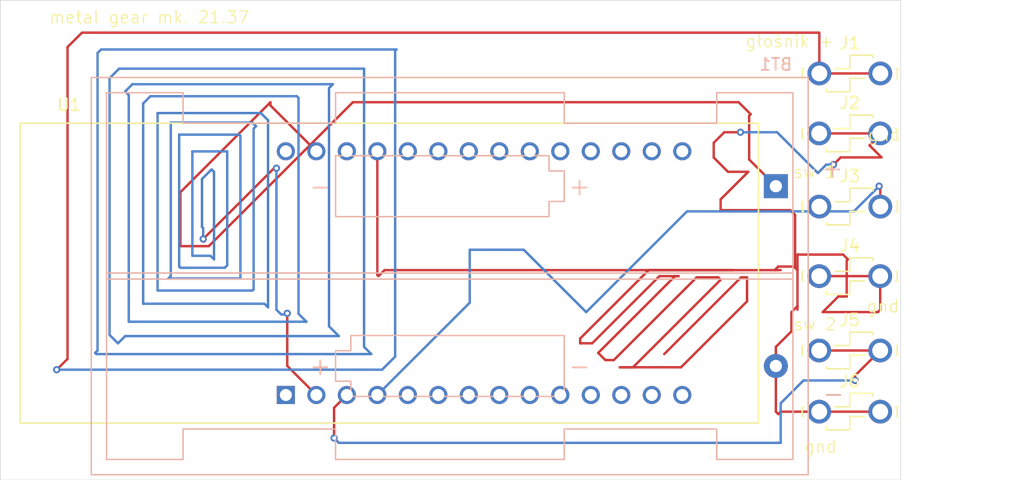
<source format=kicad_pcb>
(kicad_pcb (version 20241229) (generator "pcbnew") (generator_version "9.0")
  (layers (0 "F.Cu" signal) (2 "B.Cu" signal) (13 "F.Paste" user) (15 "B.Paste" user) (5 "F.SilkS" user "F.Silkscreen") (7 "B.SilkS" user "B.Silkscreen") (1 "F.Mask" user) (3 "B.Mask" user) (25 "Edge.Cuts" user))
  (net 0 "")
  (net 1 "GND")
  (net 17 "Net-(J6-Pin_1)")
  (net 20 "Net-(J4-Pin_1)")
  (net 27 "Net-(BT1-+)")
  (net 28 "Net-(J3-Pin_1)")
  (footprint "" (layer "F.Cu") (at 263 107)
    (property "Reference" "" (at -0.4 0.4 0) (layer "F.SilkS") (effects (font (size 1.27 1.27))))
    (property "Value" "")
    (pad "" np_thru_hole circle (at 0 0) (size 2.25 2.25) (drill 2.25) (layers "*.Cu" "*.Mask"))
  )
  (footprint "1289-ST:KEYSTONE_1289-ST" (layer "F.Cu") (at 260.75 139.3)
    (property "Reference" "J6" (at 0 -2.54 0) (layer "F.SilkS"))
    (property "Value" "Conn_01x01_Socket")
    (fp_line (start -3.96 -0.405) (end -3.85 -0.405) (stroke (width 0.127)) (layer "F.SilkS"))
    (fp_line (start -3.96 0.405) (end -3.96 -0.405) (stroke (width 0.127)) (layer "F.SilkS"))
    (fp_line (start -3.85 0.405) (end -3.96 0.405) (stroke (width 0.127)) (layer "F.SilkS"))
    (fp_line (start -1.9375 1.525) (end -1.9375 1.31) (stroke (width 0.127)) (layer "F.SilkS"))
    (fp_line (start -1.2365 -0.405) (end 0 -0.405) (stroke (width 0.127)) (layer "F.SilkS"))
    (fp_line (start 0 -1.525) (end 1.9375 -1.525) (stroke (width 0.127)) (layer "F.SilkS"))
    (fp_line (start 0 -0.405) (end 0 -1.525) (stroke (width 0.127)) (layer "F.SilkS"))
    (fp_line (start 0 0.405) (end 0 1.525) (stroke (width 0.127)) (layer "F.SilkS"))
    (fp_line (start 0 0.405) (end 1.2365 0.405) (stroke (width 0.127)) (layer "F.SilkS"))
    (fp_line (start 0 1.525) (end -1.9375 1.525) (stroke (width 0.127)) (layer "F.SilkS"))
    (fp_line (start 1.9375 -1.525) (end 1.9375 -1.31) (stroke (width 0.127)) (layer "F.SilkS"))
    (fp_line (start 3.85 -0.405) (end 3.96 -0.405) (stroke (width 0.127)) (layer "F.SilkS"))
    (fp_line (start 3.96 -0.405) (end 3.96 0.405) (stroke (width 0.127)) (layer "F.SilkS"))
    (fp_line (start 3.96 0.405) (end 3.85 0.405) (stroke (width 0.127)) (layer "F.SilkS"))
    (pad "1_1" thru_hole circle (at -2.54 0) (size 1.98 1.98) (drill 1.32) (layers "*.Cu" "*.Mask") (net 1 "GND"))
    (pad "1_2" thru_hole circle (at 2.54 0) (size 1.98 1.98) (drill 1.32) (layers "*.Cu" "*.Mask") (net 1 "GND"))
  )
  (footprint "mkrzero:ARDUINO_ABX00012" (layer "F.Cu") (at 191.65 140.25)
    (property "Reference" "U1" (at 4.075 -26.535 0) (layer "F.SilkS"))
    (property "Value" "ABX00012")
    (fp_line (start 0 -25) (end 61.5 -25) (stroke (width 0.127)) (layer "F.SilkS"))
    (fp_line (start 0 -16.55) (end 0 -25) (stroke (width 0.127)) (layer "F.SilkS"))
    (fp_line (start 0 -8.45) (end 0 -16.55) (stroke (width 0.127)) (layer "F.SilkS"))
    (fp_line (start 0 0) (end 0 -8.45) (stroke (width 0.127)) (layer "F.SilkS"))
    (fp_line (start 61.5 -25) (end 61.5 -17.7) (stroke (width 0.127)) (layer "F.SilkS"))
    (fp_line (start 61.5 -17.7) (end 61.5 -6.7) (stroke (width 0.127)) (layer "F.SilkS"))
    (fp_line (start 61.5 -6.7) (end 61.5 0) (stroke (width 0.127)) (layer "F.SilkS"))
    (fp_line (start 61.5 0) (end 0 0) (stroke (width 0.127)) (layer "F.SilkS"))
    (pad "" np_thru_hole circle (at 2.25 -22.75) (size 2.25 2.25) (drill 2.25) (layers "*.Cu" "*.Mask"))
    (pad "" np_thru_hole circle (at 2.25 -2.25) (size 2.25 2.25) (drill 2.25) (layers "*.Cu" "*.Mask"))
    (pad "" np_thru_hole circle (at 59.25 -22.75) (size 2.25 2.25) (drill 2.25) (layers "*.Cu" "*.Mask"))
    (pad "" np_thru_hole circle (at 59.25 -2.25) (size 2.25 2.25) (drill 2.25) (layers "*.Cu" "*.Mask"))
    (pad "1" thru_hole rect (at 22.1348 -2.34) (size 1.508 1.508) (drill 1) (layers "*.Cu" "*.Mask"))
    (pad "2" thru_hole circle (at 24.6748 -2.34) (size 1.508 1.508) (drill 1) (layers "*.Cu" "*.Mask") (net 17 "Net-(J6-Pin_1)"))
    (pad "3" thru_hole circle (at 27.2148 -2.34) (size 1.508 1.508) (drill 1) (layers "*.Cu" "*.Mask") (net 28 "Net-(J3-Pin_1)"))
    (pad "4" thru_hole circle (at 29.7548 -2.34) (size 1.508 1.508) (drill 1) (layers "*.Cu" "*.Mask") (net 20 "Net-(J4-Pin_1)"))
    (pad "5" thru_hole circle (at 32.2948 -2.34) (size 1.508 1.508) (drill 1) (layers "*.Cu" "*.Mask"))
    (pad "6" thru_hole circle (at 34.8348 -2.34) (size 1.508 1.508) (drill 1) (layers "*.Cu" "*.Mask"))
    (pad "7" thru_hole circle (at 37.3748 -2.34) (size 1.508 1.508) (drill 1) (layers "*.Cu" "*.Mask"))
    (pad "8" thru_hole circle (at 39.9148 -2.34) (size 1.508 1.508) (drill 1) (layers "*.Cu" "*.Mask"))
    (pad "9" thru_hole circle (at 42.4548 -2.34) (size 1.508 1.508) (drill 1) (layers "*.Cu" "*.Mask"))
    (pad "10" thru_hole circle (at 44.9948 -2.34) (size 1.508 1.508) (drill 1) (layers "*.Cu" "*.Mask"))
    (pad "11" thru_hole circle (at 47.5348 -2.34) (size 1.508 1.508) (drill 1) (layers "*.Cu" "*.Mask"))
    (pad "12" thru_hole circle (at 50.0748 -2.34) (size 1.508 1.508) (drill 1) (layers "*.Cu" "*.Mask"))
    (pad "13" thru_hole circle (at 52.6148 -2.34) (size 1.508 1.508) (drill 1) (layers "*.Cu" "*.Mask"))
    (pad "14" thru_hole circle (at 55.1548 -2.34) (size 1.508 1.508) (drill 1) (layers "*.Cu" "*.Mask"))
    (pad "15" thru_hole circle (at 55.1548 -22.66) (size 1.508 1.508) (drill 1) (layers "*.Cu" "*.Mask"))
    (pad "16" thru_hole circle (at 52.6148 -22.66) (size 1.508 1.508) (drill 1) (layers "*.Cu" "*.Mask"))
    (pad "17" thru_hole circle (at 50.0748 -22.66) (size 1.508 1.508) (drill 1) (layers "*.Cu" "*.Mask"))
    (pad "18" thru_hole circle (at 47.5348 -22.66) (size 1.508 1.508) (drill 1) (layers "*.Cu" "*.Mask"))
    (pad "19" thru_hole circle (at 44.9948 -22.66) (size 1.508 1.508) (drill 1) (layers "*.Cu" "*.Mask"))
    (pad "20" thru_hole circle (at 42.4548 -22.66) (size 1.508 1.508) (drill 1) (layers "*.Cu" "*.Mask"))
    (pad "21" thru_hole circle (at 39.9148 -22.66) (size 1.508 1.508) (drill 1) (layers "*.Cu" "*.Mask"))
    (pad "22" thru_hole circle (at 37.3748 -22.66) (size 1.508 1.508) (drill 1) (layers "*.Cu" "*.Mask"))
    (pad "23" thru_hole circle (at 34.8348 -22.66) (size 1.508 1.508) (drill 1) (layers "*.Cu" "*.Mask"))
    (pad "24" thru_hole circle (at 32.2948 -22.66) (size 1.508 1.508) (drill 1) (layers "*.Cu" "*.Mask"))
    (pad "25" thru_hole circle (at 29.7548 -22.66) (size 1.508 1.508) (drill 1) (layers "*.Cu" "*.Mask") (net 1 "GND"))
    (pad "26" thru_hole circle (at 27.2148 -22.66) (size 1.508 1.508) (drill 1) (layers "*.Cu" "*.Mask"))
    (pad "27" thru_hole circle (at 24.6748 -22.66) (size 1.508 1.508) (drill 1) (layers "*.Cu" "*.Mask") (net 27 "Net-(BT1-+)"))
    (pad "28" thru_hole circle (at 22.1348 -22.66) (size 1.508 1.508) (drill 1) (layers "*.Cu" "*.Mask"))
  )
  (footprint "1289-ST:KEYSTONE_1289-ST" (layer "F.Cu") (at 260.76 111.1)
    (property "Reference" "J1" (at 0 -2.54 0) (layer "F.SilkS"))
    (property "Value" "Conn_01x01_Socket")
    (fp_line (start -3.96 -0.405) (end -3.85 -0.405) (stroke (width 0.127)) (layer "F.SilkS"))
    (fp_line (start -3.96 0.405) (end -3.96 -0.405) (stroke (width 0.127)) (layer "F.SilkS"))
    (fp_line (start -3.85 0.405) (end -3.96 0.405) (stroke (width 0.127)) (layer "F.SilkS"))
    (fp_line (start -1.9375 1.525) (end -1.9375 1.31) (stroke (width 0.127)) (layer "F.SilkS"))
    (fp_line (start -1.2365 -0.405) (end 0 -0.405) (stroke (width 0.127)) (layer "F.SilkS"))
    (fp_line (start 0 -1.525) (end 1.9375 -1.525) (stroke (width 0.127)) (layer "F.SilkS"))
    (fp_line (start 0 -0.405) (end 0 -1.525) (stroke (width 0.127)) (layer "F.SilkS"))
    (fp_line (start 0 0.405) (end 0 1.525) (stroke (width 0.127)) (layer "F.SilkS"))
    (fp_line (start 0 0.405) (end 1.2365 0.405) (stroke (width 0.127)) (layer "F.SilkS"))
    (fp_line (start 0 1.525) (end -1.9375 1.525) (stroke (width 0.127)) (layer "F.SilkS"))
    (fp_line (start 1.9375 -1.525) (end 1.9375 -1.31) (stroke (width 0.127)) (layer "F.SilkS"))
    (fp_line (start 3.85 -0.405) (end 3.96 -0.405) (stroke (width 0.127)) (layer "F.SilkS"))
    (fp_line (start 3.96 -0.405) (end 3.96 0.405) (stroke (width 0.127)) (layer "F.SilkS"))
    (fp_line (start 3.96 0.405) (end 3.85 0.405) (stroke (width 0.127)) (layer "F.SilkS"))
    (pad "1_1" thru_hole circle (at -2.54 0) (size 1.98 1.98) (drill 1.32) (layers "*.Cu" "*.Mask") (net 17 "Net-(J6-Pin_1)"))
    (pad "1_2" thru_hole circle (at 2.54 0) (size 1.98 1.98) (drill 1.32) (layers "*.Cu" "*.Mask") (net 17 "Net-(J6-Pin_1)"))
  )
  (footprint "" (layer "F.Cu") (at 192 143)
    (property "Reference" "" (at -0.4 0.4 0) (layer "F.SilkS") (effects (font (size 1.27 1.27))))
    (property "Value" "")
    (pad "" np_thru_hole circle (at 0 0) (size 2.25 2.25) (drill 2.25) (layers "*.Cu" "*.Mask"))
  )
  (footprint "1289-ST:KEYSTONE_1289-ST" (layer "F.Cu") (at 260.75 134.2)
    (property "Reference" "J5" (at 0 -2.54 0) (layer "F.SilkS"))
    (property "Value" "Conn_01x01_Socket")
    (fp_line (start -3.96 -0.405) (end -3.85 -0.405) (stroke (width 0.127)) (layer "F.SilkS"))
    (fp_line (start -3.96 0.405) (end -3.96 -0.405) (stroke (width 0.127)) (layer "F.SilkS"))
    (fp_line (start -3.85 0.405) (end -3.96 0.405) (stroke (width 0.127)) (layer "F.SilkS"))
    (fp_line (start -1.9375 1.525) (end -1.9375 1.31) (stroke (width 0.127)) (layer "F.SilkS"))
    (fp_line (start -1.2365 -0.405) (end 0 -0.405) (stroke (width 0.127)) (layer "F.SilkS"))
    (fp_line (start 0 -1.525) (end 1.9375 -1.525) (stroke (width 0.127)) (layer "F.SilkS"))
    (fp_line (start 0 -0.405) (end 0 -1.525) (stroke (width 0.127)) (layer "F.SilkS"))
    (fp_line (start 0 0.405) (end 0 1.525) (stroke (width 0.127)) (layer "F.SilkS"))
    (fp_line (start 0 0.405) (end 1.2365 0.405) (stroke (width 0.127)) (layer "F.SilkS"))
    (fp_line (start 0 1.525) (end -1.9375 1.525) (stroke (width 0.127)) (layer "F.SilkS"))
    (fp_line (start 1.9375 -1.525) (end 1.9375 -1.31) (stroke (width 0.127)) (layer "F.SilkS"))
    (fp_line (start 3.85 -0.405) (end 3.96 -0.405) (stroke (width 0.127)) (layer "F.SilkS"))
    (fp_line (start 3.96 -0.405) (end 3.96 0.405) (stroke (width 0.127)) (layer "F.SilkS"))
    (fp_line (start 3.96 0.405) (end 3.85 0.405) (stroke (width 0.127)) (layer "F.SilkS"))
    (pad "1_1" thru_hole circle (at -2.54 0) (size 1.98 1.98) (drill 1.32) (layers "*.Cu" "*.Mask") (net 28 "Net-(J3-Pin_1)"))
    (pad "1_2" thru_hole circle (at 2.54 0) (size 1.98 1.98) (drill 1.32) (layers "*.Cu" "*.Mask") (net 28 "Net-(J3-Pin_1)"))
  )
  (footprint "1289-ST:KEYSTONE_1289-ST" (layer "F.Cu") (at 260.75 116.1)
    (property "Reference" "J2" (at 0 -2.54 0) (layer "F.SilkS"))
    (property "Value" "Conn_01x01_Socket")
    (fp_line (start -3.96 -0.405) (end -3.85 -0.405) (stroke (width 0.127)) (layer "F.SilkS"))
    (fp_line (start -3.96 0.405) (end -3.96 -0.405) (stroke (width 0.127)) (layer "F.SilkS"))
    (fp_line (start -3.85 0.405) (end -3.96 0.405) (stroke (width 0.127)) (layer "F.SilkS"))
    (fp_line (start -1.9375 1.525) (end -1.9375 1.31) (stroke (width 0.127)) (layer "F.SilkS"))
    (fp_line (start -1.2365 -0.405) (end 0 -0.405) (stroke (width 0.127)) (layer "F.SilkS"))
    (fp_line (start 0 -1.525) (end 1.9375 -1.525) (stroke (width 0.127)) (layer "F.SilkS"))
    (fp_line (start 0 -0.405) (end 0 -1.525) (stroke (width 0.127)) (layer "F.SilkS"))
    (fp_line (start 0 0.405) (end 0 1.525) (stroke (width 0.127)) (layer "F.SilkS"))
    (fp_line (start 0 0.405) (end 1.2365 0.405) (stroke (width 0.127)) (layer "F.SilkS"))
    (fp_line (start 0 1.525) (end -1.9375 1.525) (stroke (width 0.127)) (layer "F.SilkS"))
    (fp_line (start 1.9375 -1.525) (end 1.9375 -1.31) (stroke (width 0.127)) (layer "F.SilkS"))
    (fp_line (start 3.85 -0.405) (end 3.96 -0.405) (stroke (width 0.127)) (layer "F.SilkS"))
    (fp_line (start 3.96 -0.405) (end 3.96 0.405) (stroke (width 0.127)) (layer "F.SilkS"))
    (fp_line (start 3.96 0.405) (end 3.85 0.405) (stroke (width 0.127)) (layer "F.SilkS"))
    (pad "1_1" thru_hole circle (at -2.54 0) (size 1.98 1.98) (drill 1.32) (layers "*.Cu" "*.Mask") (net 1 "GND"))
    (pad "1_2" thru_hole circle (at 2.54 0) (size 1.98 1.98) (drill 1.32) (layers "*.Cu" "*.Mask") (net 1 "GND"))
  )
  (footprint "1289-ST:KEYSTONE_1289-ST" (layer "F.Cu") (at 260.75 128)
    (property "Reference" "J4" (at 0 -2.54 0) (layer "F.SilkS"))
    (property "Value" "Conn_01x01_Socket")
    (fp_line (start -3.96 -0.405) (end -3.85 -0.405) (stroke (width 0.127)) (layer "F.SilkS"))
    (fp_line (start -3.96 0.405) (end -3.96 -0.405) (stroke (width 0.127)) (layer "F.SilkS"))
    (fp_line (start -3.85 0.405) (end -3.96 0.405) (stroke (width 0.127)) (layer "F.SilkS"))
    (fp_line (start -1.9375 1.525) (end -1.9375 1.31) (stroke (width 0.127)) (layer "F.SilkS"))
    (fp_line (start -1.2365 -0.405) (end 0 -0.405) (stroke (width 0.127)) (layer "F.SilkS"))
    (fp_line (start 0 -1.525) (end 1.9375 -1.525) (stroke (width 0.127)) (layer "F.SilkS"))
    (fp_line (start 0 -0.405) (end 0 -1.525) (stroke (width 0.127)) (layer "F.SilkS"))
    (fp_line (start 0 0.405) (end 0 1.525) (stroke (width 0.127)) (layer "F.SilkS"))
    (fp_line (start 0 0.405) (end 1.2365 0.405) (stroke (width 0.127)) (layer "F.SilkS"))
    (fp_line (start 0 1.525) (end -1.9375 1.525) (stroke (width 0.127)) (layer "F.SilkS"))
    (fp_line (start 1.9375 -1.525) (end 1.9375 -1.31) (stroke (width 0.127)) (layer "F.SilkS"))
    (fp_line (start 3.85 -0.405) (end 3.96 -0.405) (stroke (width 0.127)) (layer "F.SilkS"))
    (fp_line (start 3.96 -0.405) (end 3.96 0.405) (stroke (width 0.127)) (layer "F.SilkS"))
    (fp_line (start 3.96 0.405) (end 3.85 0.405) (stroke (width 0.127)) (layer "F.SilkS"))
    (pad "1_1" thru_hole circle (at -2.54 0) (size 1.98 1.98) (drill 1.32) (layers "*.Cu" "*.Mask") (net 1 "GND"))
    (pad "1_2" thru_hole circle (at 2.54 0) (size 1.98 1.98) (drill 1.32) (layers "*.Cu" "*.Mask") (net 1 "GND"))
  )
  (footprint "" (layer "F.Cu") (at 192 107)
    (property "Reference" "" (at 0.1 -0.1 0) (layer "F.SilkS") (effects (font (size 1.27 1.27))))
    (property "Value" "")
    (pad "" np_thru_hole circle (at 0 0) (size 2.25 2.25) (drill 2.25) (layers "*.Cu" "*.Mask"))
  )
  (footprint "" (layer "F.Cu") (at 263 143)
    (property "Reference" "" (at -0.4 0.4 0) (layer "F.SilkS") (effects (font (size 1.27 1.27))))
    (property "Value" "")
    (pad "" np_thru_hole circle (at 0 0) (size 2.25 2.25) (drill 2.25) (layers "*.Cu" "*.Mask"))
  )
  (footprint "1289-ST:KEYSTONE_1289-ST" (layer "F.Cu") (at 260.76 122.2)
    (property "Reference" "J3" (at 0 -2.54 0) (layer "F.SilkS"))
    (property "Value" "Conn_01x01_Socket")
    (fp_line (start -3.96 -0.405) (end -3.85 -0.405) (stroke (width 0.127)) (layer "F.SilkS"))
    (fp_line (start -3.96 0.405) (end -3.96 -0.405) (stroke (width 0.127)) (layer "F.SilkS"))
    (fp_line (start -3.85 0.405) (end -3.96 0.405) (stroke (width 0.127)) (layer "F.SilkS"))
    (fp_line (start -1.9375 1.525) (end -1.9375 1.31) (stroke (width 0.127)) (layer "F.SilkS"))
    (fp_line (start -1.2365 -0.405) (end 0 -0.405) (stroke (width 0.127)) (layer "F.SilkS"))
    (fp_line (start 0 -1.525) (end 1.9375 -1.525) (stroke (width 0.127)) (layer "F.SilkS"))
    (fp_line (start 0 -0.405) (end 0 -1.525) (stroke (width 0.127)) (layer "F.SilkS"))
    (fp_line (start 0 0.405) (end 0 1.525) (stroke (width 0.127)) (layer "F.SilkS"))
    (fp_line (start 0 0.405) (end 1.2365 0.405) (stroke (width 0.127)) (layer "F.SilkS"))
    (fp_line (start 0 1.525) (end -1.9375 1.525) (stroke (width 0.127)) (layer "F.SilkS"))
    (fp_line (start 1.9375 -1.525) (end 1.9375 -1.31) (stroke (width 0.127)) (layer "F.SilkS"))
    (fp_line (start 3.85 -0.405) (end 3.96 -0.405) (stroke (width 0.127)) (layer "F.SilkS"))
    (fp_line (start 3.96 -0.405) (end 3.96 0.405) (stroke (width 0.127)) (layer "F.SilkS"))
    (fp_line (start 3.96 0.405) (end 3.85 0.405) (stroke (width 0.127)) (layer "F.SilkS"))
    (pad "1_1" thru_hole circle (at -2.54 0) (size 1.98 1.98) (drill 1.32) (layers "*.Cu" "*.Mask") (net 20 "Net-(J4-Pin_1)"))
    (pad "1_2" thru_hole circle (at 2.54 0) (size 1.98 1.98) (drill 1.32) (layers "*.Cu" "*.Mask") (net 20 "Net-(J4-Pin_1)"))
  )
  (footprint "Battery:BatteryHolder_Keystone_2462_2xAA" (layer "B.Cu") (at 254.6 120.5 180)
    (property "Reference" "BT1" (at 0 10.16 0) (layer "B.SilkS") (effects (justify mirror)))
    (property "Value" "Battery_Cell")
    (fp_line (start 57.02 9.065) (end -2.69 9.065) (stroke (width 0.12)) (layer "B.SilkS"))
    (fp_line (start 57.02 -24.055) (end 57.02 9.065) (stroke (width 0.12)) (layer "B.SilkS"))
    (fp_line (start 55.75 7.795) (end 55.75 -22.785) (stroke (width 0.12)) (layer "B.SilkS"))
    (fp_line (start 55.75 7.795) (end 49.375 7.795) (stroke (width 0.12)) (layer "B.SilkS"))
    (fp_line (start 55.75 -7.749) (end -1.42 -7.749) (stroke (width 0.12)) (layer "B.SilkS"))
    (fp_line (start 55.75 -22.785) (end 49.375 -22.785) (stroke (width 0.12)) (layer "B.SilkS"))
    (fp_line (start 49.375 7.795) (end 49.375 5.255) (stroke (width 0.12)) (layer "B.SilkS"))
    (fp_line (start 49.375 5.255) (end 36.675 5.255) (stroke (width 0.12)) (layer "B.SilkS"))
    (fp_line (start 49.375 -20.245) (end 36.675 -20.245) (stroke (width 0.12)) (layer "B.SilkS"))
    (fp_line (start 49.375 -22.785) (end 49.375 -20.245) (stroke (width 0.12)) (layer "B.SilkS"))
    (fp_line (start 36.675 7.795) (end 17.625 7.795) (stroke (width 0.12)) (layer "B.SilkS"))
    (fp_line (start 36.675 5.255) (end 36.675 7.795) (stroke (width 0.12)) (layer "B.SilkS"))
    (fp_line (start 36.675 2.54) (end 36.675 1.27) (stroke (width 0.12)) (layer "B.SilkS"))
    (fp_line (start 36.675 1.27) (end 36.675 -2.54) (stroke (width 0.12)) (layer "B.SilkS"))
    (fp_line (start 36.675 -2.54) (end 18.895 -2.54) (stroke (width 0.12)) (layer "B.SilkS"))
    (fp_line (start 36.675 -13.72) (end 36.675 -16.26) (stroke (width 0.12)) (layer "B.SilkS"))
    (fp_line (start 36.675 -16.26) (end 35.405 -16.26) (stroke (width 0.12)) (layer "B.SilkS"))
    (fp_line (start 36.675 -22.785) (end 36.675 -20.245) (stroke (width 0.12)) (layer "B.SilkS"))
    (fp_line (start 35.405 -12.45) (end 35.405 -13.72) (stroke (width 0.12)) (layer "B.SilkS"))
    (fp_line (start 35.405 -13.72) (end 36.675 -13.72) (stroke (width 0.12)) (layer "B.SilkS"))
    (fp_line (start 35.405 -16.26) (end 35.405 -17.53) (stroke (width 0.12)) (layer "B.SilkS"))
    (fp_line (start 35.405 -17.53) (end 17.625 -17.53) (stroke (width 0.12)) (layer "B.SilkS"))
    (fp_line (start 18.895 2.54) (end 36.675 2.54) (stroke (width 0.12)) (layer "B.SilkS"))
    (fp_line (start 18.895 1.27) (end 18.895 2.54) (stroke (width 0.12)) (layer "B.SilkS"))
    (fp_line (start 18.895 -1.27) (end 17.625 -1.27) (stroke (width 0.12)) (layer "B.SilkS"))
    (fp_line (start 18.895 -2.54) (end 18.895 -1.27) (stroke (width 0.12)) (layer "B.SilkS"))
    (fp_line (start 17.625 7.795) (end 17.625 5.255) (stroke (width 0.12)) (layer "B.SilkS"))
    (fp_line (start 17.625 1.27) (end 18.895 1.27) (stroke (width 0.12)) (layer "B.SilkS"))
    (fp_line (start 17.625 -1.27) (end 17.625 1.27) (stroke (width 0.12)) (layer "B.SilkS"))
    (fp_line (start 17.625 -12.45) (end 35.405 -12.45) (stroke (width 0.12)) (layer "B.SilkS"))
    (fp_line (start 17.625 -17.53) (end 17.625 -12.45) (stroke (width 0.12)) (layer "B.SilkS"))
    (fp_line (start 17.625 -20.245) (end 17.625 -22.785) (stroke (width 0.12)) (layer "B.SilkS"))
    (fp_line (start 17.625 -22.785) (end 36.675 -22.785) (stroke (width 0.12)) (layer "B.SilkS"))
    (fp_line (start 4.925 7.795) (end -1.42 7.795) (stroke (width 0.12)) (layer "B.SilkS"))
    (fp_line (start 4.925 5.255) (end 17.625 5.255) (stroke (width 0.12)) (layer "B.SilkS"))
    (fp_line (start 4.925 5.255) (end 4.925 7.795) (stroke (width 0.12)) (layer "B.SilkS"))
    (fp_line (start 4.925 -20.245) (end 17.625 -20.245) (stroke (width 0.12)) (layer "B.SilkS"))
    (fp_line (start 4.925 -22.785) (end 4.925 -20.245) (stroke (width 0.12)) (layer "B.SilkS"))
    (fp_line (start -1.42 7.795) (end -1.42 -22.785) (stroke (width 0.12)) (layer "B.SilkS"))
    (fp_line (start -1.42 -7.241) (end 55.75 -7.241) (stroke (width 0.12)) (layer "B.SilkS"))
    (fp_line (start -1.42 -22.785) (end 4.925 -22.785) (stroke (width 0.12)) (layer "B.SilkS"))
    (fp_line (start -2.69 9.065) (end -2.69 -24.055) (stroke (width 0.12)) (layer "B.SilkS"))
    (fp_line (start -2.69 -24.055) (end 57.02 -24.055) (stroke (width 0.12)) (layer "B.SilkS"))
    (fp_text user "+" (at 37.945 -14.99 0) (layer "B.SilkS") (effects (font (size 1.5 1.5)) (justify mirror)))
    (fp_text user "+" (at 16.355 0 0) (layer "B.SilkS") (effects (font (size 1.5 1.5)) (justify mirror)))
    (fp_text user "+" (at -4.7 1.51 0) (layer "B.SilkS") (effects (font (size 1.5 1.5)) (justify mirror)))
    (fp_text user "-" (at 16.355 -14.99 0) (layer "B.SilkS") (effects (font (size 1.5 1.5)) (justify mirror)))
    (fp_text user "-" (at -4.8 -17.29 0) (layer "B.SilkS") (effects (font (size 1.5 1.5)) (justify mirror)))
    (fp_text user "-" (at 37.945 0 0) (layer "B.SilkS") (effects (font (size 1.5 1.5)) (justify mirror)))
    (pad "" np_thru_hole circle (at 27.165 -14.99 180) (size 3.3 3.3) (drill 3.3) (layers "*.Cu" "*.Mask"))
    (pad "" np_thru_hole circle (at 27.165 0 180) (size 3.3 3.3) (drill 3.3) (layers "*.Cu" "*.Mask"))
    (pad "1" thru_hole rect (at 0 0 180) (size 2 2) (drill 1.02) (layers "*.Cu" "*.Mask") (net 27 "Net-(BT1-+)"))
    (pad "2" thru_hole circle (at 0 -14.99 180) (size 2 2) (drill 1.02) (layers "*.Cu" "*.Mask") (net 1 "GND"))
  )
  (gr_line (start 190 145) (end 265 145) (stroke (width 0.05)) (layer "Edge.Cuts"))
  (gr_line (start 190 105) (end 265 105) (stroke (width 0.05)) (layer "Edge.Cuts"))
  (gr_line (start 190 145) (end 190 105) (stroke (width 0.05)) (layer "Edge.Cuts"))
  (gr_line (start 265 105) (end 265 145) (stroke (width 0.05)) (layer "Edge.Cuts"))
  (gr_text "gnd" (at 256.9 142.8 0) (layer "F.SilkS") (effects (font (size 1 1) (thickness 0.1)) (justify left bottom)))
  (gr_text "głośnik +" (at 252 109 0) (layer "F.SilkS") (effects (font (size 1 1) (thickness 0.1)) (justify left bottom)))
  (gr_text "sw 1" (at 256 119.9 0) (layer "F.SilkS") (effects (font (size 1 1) (thickness 0.1)) (justify left bottom)))
  (gr_text "metal gear mk. 21.37" (at 194 107 0) (layer "F.SilkS") (effects (font (size 1 1) (thickness 0.1)) (justify left bottom)))
  (gr_text "sw 2" (at 256 132.6 0) (layer "F.SilkS") (effects (font (size 1 1) (thickness 0.1)) (justify left bottom)))
  (gr_text "gnd" (at 262.2 116.8 0) (layer "F.SilkS") (effects (font (size 1 1) (thickness 0.1)) (justify left bottom)))
  (gr_text "gnd" (at 262.1 131.1 0) (layer "F.SilkS") (effects (font (size 1 1) (thickness 0.1)) (justify left bottom)))
  (segment (start 250 122.5) (end 250 121.6) (width 0.2) (layer "F.Cu") (net 1))
  (segment (start 260 118.1) (end 263.4 118.1) (width 0.2) (layer "F.Cu") (net 1))
  (segment (start 263.29 116.1) (end 258.21 116.1) (width 0.2) (layer "F.Cu") (net 1))
  (segment (start 254.5 127.5) (end 251 127.5) (width 0.2) (layer "F.Cu") (net 1))
  (segment (start 251.7 128.1) (end 245.3 134.5) (width 0.2) (layer "F.Cu") (net 1))
  (segment (start 250 121.6) (end 252.3 119.3) (width 0.2) (layer "F.Cu") (net 1))
  (segment (start 259.4 118.7) (end 260 118.1) (width 0.2) (layer "F.Cu") (net 1))
  (segment (start 256.2 127.2) (end 256.2 127.3) (width 0.2) (layer "F.Cu") (net 1))
  (segment (start 263.29 139.3) (end 258.21 139.3) (width 0.2) (layer "F.Cu") (net 1))
  (segment (start 240.6 135) (end 241.1 135) (width 0.2) (layer "F.Cu") (net 1))
  (segment (start 263.29 128) (end 263.29 130.81) (width 0.2) (layer "F.Cu") (net 1))
  (segment (start 255.9 131) (end 256.4 130.5) (width 0.2) (layer "F.Cu") (net 1))
  (segment (start 262.4 117.1) (end 263.29 116.21) (width 0.2) (layer "F.Cu") (net 1))
  (segment (start 254.8 127.2) (end 254.5 127.5) (width 0.2) (layer "F.Cu") (net 1))
  (segment (start 260.5 126.7) (end 260.6 126.6) (width 0.2) (layer "F.Cu") (net 1))
  (segment (start 260.2 126.2) (end 256.4 126.2) (width 0.2) (layer "F.Cu") (net 1))
  (segment (start 254.6 133.9) (end 254.6 135.49) (width 0.2) (layer "F.Cu") (net 1))
  (segment (start 244.5 128.4) (end 244.9 128) (width 0.2) (layer "F.Cu") (net 1))
  (segment (start 256.4 126.2) (end 256.4 127.5) (width 0.2) (layer "F.Cu") (net 1))
  (segment (start 239.8 134.4) (end 240.4 135) (width 0.2) (layer "F.Cu") (net 1))
  (segment (start 238.9 132.6) (end 238.3 133.2) (width 0.2) (layer "F.Cu") (net 1))
  (segment (start 255 127.5) (end 254.5 127.5) (width 0.2) (layer "F.Cu") (net 1))
  (segment (start 251 127.5) (end 244 127.5) (width 0.2) (layer "F.Cu") (net 1))
  (segment (start 258.21 128) (end 263.29 128) (width 0.2) (layer "F.Cu") (net 1))
  (segment (start 259.8 129.7) (end 260.5 129.7) (width 0.2) (layer "F.Cu") (net 1))
  (segment (start 221.5 128) (end 221.4048 127.9048) (width 0.2) (layer "F.Cu") (net 1))
  (segment (start 249.8 128.1) (end 250 128.3) (width 0.2) (layer "F.Cu") (net 1))
  (segment (start 263.29 130.81) (end 263.1 131) (width 0.2) (layer "F.Cu") (net 1))
  (segment (start 258.5 131) (end 259.8 129.7) (width 0.2) (layer "F.Cu") (net 1))
  (segment (start 239.3 133.6) (end 244.5 128.4) (width 0.2) (layer "F.Cu") (net 1))
  (segment (start 246.7 135.6) (end 246.8 135.5) (width 0.2) (layer "F.Cu") (net 1))
  (segment (start 252.2 130.1) (end 252.2 128.1) (width 0.2) (layer "F.Cu") (net 1))
  (segment (start 254.6 139.3) (end 254.6 135.49) (width 0.2) (layer "F.Cu") (net 1))
  (segment (start 256.2 127.3) (end 256.4 127.5) (width 0.2) (layer "F.Cu") (net 1))
  (segment (start 244.9 128) (end 246.5 128) (width 0.2) (layer "F.Cu") (net 1))
  (segment (start 260.5 129.7) (end 260.5 126.7) (width 0.2) (layer "F.Cu") (net 1))
  (segment (start 248 128.1) (end 249.8 128.1) (width 0.2) (layer "F.Cu") (net 1))
  (segment (start 242.7 135.6) (end 241.6 135.6) (width 0.2) (layer "F.Cu") (net 1))
  (segment (start 256.2 122.9) (end 256.2 127.2) (width 0.2) (layer "F.Cu") (net 1))
  (segment (start 249.424 116.882476) (end 250.304642 116.001834) (width 0.2) (layer "F.Cu") (net 1))
  (segment (start 250.612621 119.3) (end 249.424 118.111379) (width 0.2) (layer "F.Cu") (net 1))
  (segment (start 244 127.5) (end 238.9 132.6) (width 0.2) (layer "F.Cu") (net 1))
  (segment (start 241.6 135.6) (end 246.7 135.6) (width 0.2) (layer "F.Cu") (net 1))
  (segment (start 254.8 139.5) (end 254.6 139.3) (width 0.2) (layer "F.Cu") (net 1))
  (segment (start 252.3 119.3) (end 250.612621 119.3) (width 0.2) (layer "F.Cu") (net 1))
  (segment (start 252.2 128.1) (end 251.7 128.1) (width 0.2) (layer "F.Cu") (net 1))
  (segment (start 246.2 128) (end 239.8 134.4) (width 0.2) (layer "F.Cu") (net 1))
  (segment (start 238.3 133.6) (end 239.3 133.6) (width 0.2) (layer "F.Cu") (net 1))
  (segment (start 256.2 127.2) (end 254.8 127.2) (width 0.2) (layer "F.Cu") (net 1))
  (segment (start 241.1 135) (end 248 128.1) (width 0.2) (layer "F.Cu") (net 1))
  (segment (start 255.8 122.5) (end 250 122.5) (width 0.2) (layer "F.Cu") (net 1))
  (segment (start 256.4 127.5) (end 256.4 130.5) (width 0.2) (layer "F.Cu") (net 1))
  (segment (start 250.304642 116.001834) (end 251.649083 116.001834) (width 0.2) (layer "F.Cu") (net 1))
  (segment (start 246.8 135.5) (end 252.2 130.1) (width 0.2) (layer "F.Cu") (net 1))
  (segment (start 255.9 132.6) (end 255.9 131) (width 0.2) (layer "F.Cu") (net 1))
  (segment (start 238.3 133.2) (end 238.3 133.6) (width 0.2) (layer "F.Cu") (net 1))
  (segment (start 255 139.3) (end 258.21 139.3) (width 0.2) (layer "F.Cu") (net 1))
  (segment (start 221.4048 127.9048) (end 221.4048 117.59) (width 0.2) (layer "F.Cu") (net 1))
  (segment (start 249.424 118.111379) (end 249.424 116.882476) (width 0.2) (layer "F.Cu") (net 1))
  (segment (start 263.4 118.1) (end 262.4 117.1) (width 0.2) (layer "F.Cu") (net 1))
  (segment (start 260.6 126.6) (end 260.2 126.2) (width 0.2) (layer "F.Cu") (net 1))
  (segment (start 246.5 128) (end 246.2 128) (width 0.2) (layer "F.Cu") (net 1))
  (segment (start 263.1 131) (end 258.5 131) (width 0.2) (layer "F.Cu") (net 1))
  (segment (start 250 128.3) (end 242.7 135.6) (width 0.2) (layer "F.Cu") (net 1))
  (segment (start 263.29 116.21) (end 263.29 116.1) (width 0.2) (layer "F.Cu") (net 1))
  (segment (start 256.4 130.5) (end 256.4 130.8) (width 0.2) (layer "F.Cu") (net 1))
  (segment (start 255.9 132.6) (end 254.6 133.9) (width 0.2) (layer "F.Cu") (net 1))
  (segment (start 251 127.5) (end 222 127.5) (width 0.2) (layer "F.Cu") (net 1))
  (segment (start 240.4 135) (end 240.6 135) (width 0.2) (layer "F.Cu") (net 1))
  (segment (start 254.8 139.5) (end 255 139.3) (width 0.2) (layer "F.Cu") (net 1))
  (segment (start 256.2 122.9) (end 255.8 122.5) (width 0.2) (layer "F.Cu") (net 1))
  (segment (start 222 127.5) (end 221.5 128) (width 0.2) (layer "F.Cu") (net 1))
  (via (at 259.4 118.7) (size 0.6) (drill 0.3) (layers "F.Cu" "B.Cu") (net 1))
  (via (at 251.649083 116.001834) (size 0.6) (drill 0.3) (layers "F.Cu" "B.Cu") (net 1))
  (segment (start 254.701834 116.001834) (end 258.1 119.4) (width 0.2) (layer "B.Cu") (net 1))
  (segment (start 258.8 118.7) (end 259.4 118.7) (width 0.2) (layer "B.Cu") (net 1))
  (segment (start 258.1 119.4) (end 258.8 118.7) (width 0.2) (layer "B.Cu") (net 1))
  (segment (start 251.649083 116.001834) (end 254.701834 116.001834) (width 0.2) (layer "B.Cu") (net 1))
  (segment (start 213.9 135.4852) (end 216.3248 137.91) (width 0.2) (layer "F.Cu") (net 17))
  (segment (start 212.8 119) (end 213 119) (width 0.2) (layer "F.Cu") (net 17))
  (segment (start 206.9 124.9) (end 206.9 125.099) (width 0.2) (layer "F.Cu") (net 17))
  (segment (start 213.9 131.1) (end 213.9 135.4852) (width 0.2) (layer "F.Cu") (net 17))
  (segment (start 207 125.099) (end 207 124.9) (width 0.2) (layer "F.Cu") (net 17))
  (segment (start 258.22 107.7) (end 196.8 107.7) (width 0.2) (layer "F.Cu") (net 17))
  (segment (start 258.22 107.7) (end 258.22 111.1) (width 0.2) (layer "F.Cu") (net 17))
  (segment (start 195.6 108.9) (end 195.6 134.9) (width 0.2) (layer "F.Cu") (net 17))
  (segment (start 195.6 134.9) (end 194.7 135.8) (width 0.2) (layer "F.Cu") (net 17))
  (segment (start 196.8 107.7) (end 195.6 108.9) (width 0.2) (layer "F.Cu") (net 17))
  (segment (start 206.9 125.099) (end 207 125.099) (width 0.2) (layer "F.Cu") (net 17))
  (segment (start 263.3 111.1) (end 258.22 111.1) (width 0.2) (layer "F.Cu") (net 17))
  (segment (start 206.9 124.9) (end 212.8 119) (width 0.2) (layer "F.Cu") (net 17))
  (via (at 213.9 131.1) (size 0.6) (drill 0.3) (layers "F.Cu" "B.Cu") (net 17))
  (via (at 194.7 135.8) (size 0.6) (drill 0.3) (layers "F.Cu" "B.Cu") (net 17))
  (via (at 213 119) (size 0.6) (drill 0.3) (layers "F.Cu" "B.Cu") (net 17))
  (via (at 206.9 124.9) (size 0.6) (drill 0.3) (layers "F.Cu" "B.Cu") (net 17))
  (segment (start 211.7 114.4) (end 203.1 114.4) (width 0.2) (layer "B.Cu") (net 17))
  (segment (start 199.1 132.9) (end 199.8 133.6) (width 0.2) (layer "B.Cu") (net 17))
  (segment (start 206.8 119.9) (end 206.8 123.9) (width 0.2) (layer "B.Cu") (net 17))
  (segment (start 211 115.2) (end 204.2 115.2) (width 0.2) (layer "B.Cu") (net 17))
  (segment (start 214.8398 131.1398) (end 214.8398 113.1398) (width 0.2) (layer "B.Cu") (net 17))
  (segment (start 213.4 131.2) (end 213.8 131.2) (width 0.2) (layer "B.Cu") (net 17))
  (segment (start 198.1 109.4) (end 198.1 134.2) (width 0.2) (layer "B.Cu") (net 17))
  (segment (start 204.9 116.2) (end 204.9 127.2) (width 0.2) (layer "B.Cu") (net 17))
  (segment (start 222.8898 109.2102) (end 223 109.1) (width 0.2) (layer "B.Cu") (net 17))
  (segment (start 204.2 128) (end 204 128.2) (width 0.2) (layer "B.Cu") (net 17))
  (segment (start 203.1 129.2) (end 211 129.2) (width 0.2) (layer "B.Cu") (net 17))
  (segment (start 222.8898 134.7102) (end 222.8898 109.2102) (width 0.2) (layer "B.Cu") (net 17))
  (segment (start 208.9 127.1) (end 208.9 117.6) (width 0.2) (layer "B.Cu") (net 17))
  (segment (start 220.3 133.9) (end 220.3 110.7) (width 0.2) (layer "B.Cu") (net 17))
  (segment (start 217.3798 112.3202) (end 217.7 112) (width 0.2) (layer "B.Cu") (net 17))
  (segment (start 212.1 114.8) (end 211.7 114.4) (width 0.2) (layer "B.Cu") (net 17))
  (segment (start 217.3798 132.1798) (end 217.3798 112.3202) (width 0.2) (layer "B.Cu") (net 17))
  (segment (start 208.7 127.3) (end 208.9 127.1) (width 0.2) (layer "B.Cu") (net 17))
  (segment (start 213.8 131.2) (end 213.9 131.1) (width 0.2) (layer "B.Cu") (net 17))
  (segment (start 212.3 115) (end 212.1 114.8) (width 0.2) (layer "B.Cu") (net 17))
  (segment (start 198 134.5) (end 220.9 134.5) (width 0.2) (layer "B.Cu") (net 17))
  (segment (start 201.9 130.3) (end 212 130.3) (width 0.2) (layer "B.Cu") (net 17))
  (segment (start 215.5 131.8) (end 214.8398 131.1398) (width 0.2) (layer "B.Cu") (net 17))
  (segment (start 206 117.6) (end 206 126.3) (width 0.2) (layer "B.Cu") (net 17))
  (segment (start 207.5 126.3) (end 207.8 126.6) (width 0.2) (layer "B.Cu") (net 17))
  (segment (start 201.9 113.6) (end 201.9 130.3) (width 0.2) (layer "B.Cu") (net 17))
  (segment (start 218.2 133) (end 217.3798 132.1798) (width 0.2) (layer "B.Cu") (net 17))
  (segment (start 223 109.1) (end 198.4 109.1) (width 0.2) (layer "B.Cu") (net 17))
  (segment (start 212.3 130.6) (end 212.3 115) (width 0.2) (layer "B.Cu") (net 17))
  (segment (start 200.4 112.6) (end 200.7 112.9) (width 0.2) (layer "B.Cu") (net 17))
  (segment (start 194.7 135.8) (end 221.8 135.8) (width 0.2) (layer "B.Cu") (net 17))
  (segment (start 207.6 119.1) (end 206.8 119.9) (width 0.2) (layer "B.Cu") (net 17))
  (segment (start 204 128.2) (end 210 128.2) (width 0.2) (layer "B.Cu") (net 17))
  (segment (start 206 126.3) (end 207.5 126.3) (width 0.2) (layer "B.Cu") (net 17))
  (segment (start 211.1 115.7) (end 211.3 115.5) (width 0.2) (layer "B.Cu") (net 17))
  (segment (start 210 116.3) (end 209.9 116.2) (width 0.2) (layer "B.Cu") (net 17))
  (segment (start 203.1 114.4) (end 203.1 129.2) (width 0.2) (layer "B.Cu") (net 17))
  (segment (start 200.7 131.8) (end 215.5 131.8) (width 0.2) (layer "B.Cu") (net 17))
  (segment (start 213 119) (end 213 130.8) (width 0.2) (layer "B.Cu") (net 17))
  (segment (start 198.1 134.2) (end 197.9 134.4) (width 0.2) (layer "B.Cu") (net 17))
  (segment (start 213 130.8) (end 213.4 131.2) (width 0.2) (layer "B.Cu") (net 17))
  (segment (start 204.9 127.2) (end 205 127.3) (width 0.2) (layer "B.Cu") (net 17))
  (segment (start 200.7 112.9) (end 200.7 131.8) (width 0.2) (layer "B.Cu") (net 17))
  (segment (start 208.9 117.6) (end 206 117.6) (width 0.2) (layer "B.Cu") (net 17))
  (segment (start 204.2 115.2) (end 204.2 128) (width 0.2) (layer "B.Cu") (net 17))
  (segment (start 220.9 134.5) (end 220.3 133.9) (width 0.2) (layer "B.Cu") (net 17))
  (segment (start 199.1 111.5) (end 199.1 132.9) (width 0.2) (layer "B.Cu") (net 17))
  (segment (start 211.1 129.1) (end 211.1 115.7) (width 0.2) (layer "B.Cu") (net 17))
  (segment (start 221.8 135.8) (end 222.4 135.2) (width 0.2) (layer "B.Cu") (net 17))
  (segment (start 201 112) (end 200.4 112.6) (width 0.2) (layer "B.Cu") (net 17))
  (segment (start 197.9 134.4) (end 198 134.5) (width 0.2) (layer "B.Cu") (net 17))
  (segment (start 209.9 116.2) (end 204.9 116.2) (width 0.2) (layer "B.Cu") (net 17))
  (segment (start 205 127.3) (end 208.7 127.3) (width 0.2) (layer "B.Cu") (net 17))
  (segment (start 199.8 133.6) (end 200.4 133) (width 0.2) (layer "B.Cu") (net 17))
  (segment (start 212 130.3) (end 212.3 130.6) (width 0.2) (layer "B.Cu") (net 17))
  (segment (start 207.8 126.6) (end 207.8 119.3) (width 0.2) (layer "B.Cu") (net 17))
  (segment (start 211 129.2) (end 211.1 129.1) (width 0.2) (layer "B.Cu") (net 17))
  (segment (start 214.7 113) (end 202.5 113) (width 0.2) (layer "B.Cu") (net 17))
  (segment (start 198.4 109.1) (end 198.1 109.4) (width 0.2) (layer "B.Cu") (net 17))
  (segment (start 222.4 135.2) (end 222.8898 134.7102) (width 0.2) (layer "B.Cu") (net 17))
  (segment (start 206.9 124) (end 206.9 124.9) (width 0.2) (layer "B.Cu") (net 17))
  (segment (start 214.8398 113.1398) (end 214.7 113) (width 0.2) (layer "B.Cu") (net 17))
  (segment (start 199.9 110.7) (end 199.1 111.5) (width 0.2) (layer "B.Cu") (net 17))
  (segment (start 210 128.2) (end 210 116.3) (width 0.2) (layer "B.Cu") (net 17))
  (segment (start 207.8 119.3) (end 207.6 119.1) (width 0.2) (layer "B.Cu") (net 17))
  (segment (start 217.7 112) (end 201 112) (width 0.2) (layer "B.Cu") (net 17))
  (segment (start 202.5 113) (end 201.9 113.6) (width 0.2) (layer "B.Cu") (net 17))
  (segment (start 206.8 123.9) (end 206.9 124) (width 0.2) (layer "B.Cu") (net 17))
  (segment (start 211.3 115.5) (end 211 115.2) (width 0.2) (layer "B.Cu") (net 17))
  (segment (start 200.4 133) (end 218.2 133) (width 0.2) (layer "B.Cu") (net 17))
  (segment (start 220.3 110.7) (end 199.9 110.7) (width 0.2) (layer "B.Cu") (net 17))
  (segment (start 263.3 122.2) (end 263.3 120.6) (width 0.2) (layer "F.Cu") (net 20))
  (segment (start 263.3 120.6) (end 263.2 120.5) (width 0.2) (layer "F.Cu") (net 20))
  (via (at 263.2 120.5) (size 0.6) (drill 0.3) (layers "F.Cu" "B.Cu") (net 20))
  (segment (start 229.1 130.2148) (end 221.4048 137.91) (width 0.2) (layer "B.Cu") (net 20))
  (segment (start 261.1 122.6) (end 247.2 122.6) (width 0.2) (layer "B.Cu") (net 20))
  (segment (start 247.2 122.6) (end 238.8 131) (width 0.2) (layer "B.Cu") (net 20))
  (segment (start 233.6 125.8) (end 229.1 125.8) (width 0.2) (layer "B.Cu") (net 20))
  (segment (start 263.2 120.5) (end 261.1 122.6) (width 0.2) (layer "B.Cu") (net 20))
  (segment (start 229.1 125.8) (end 229.1 130.2148) (width 0.2) (layer "B.Cu") (net 20))
  (segment (start 238.8 131) (end 233.6 125.8) (width 0.2) (layer "B.Cu") (net 20))
  (segment (start 216.3248 117.59) (end 212.5 113.7652) (width 0.2) (layer "F.Cu") (net 27))
  (segment (start 205 121) (end 205 125.5) (width 0.2) (layer "F.Cu") (net 27))
  (segment (start 251.5 113.5) (end 252.5 114.5) (width 0.2) (layer "F.Cu") (net 27))
  (segment (start 219.366796 113.5) (end 251.5 113.5) (width 0.2) (layer "F.Cu") (net 27))
  (segment (start 252.5 114.5) (end 252.376 114.624) (width 0.2) (layer "F.Cu") (net 27))
  (segment (start 212.5 113.7652) (end 212.5 113.5) (width 0.2) (layer "F.Cu") (net 27))
  (segment (start 252.376 114.624) (end 252.376 118.276) (width 0.2) (layer "F.Cu") (net 27))
  (segment (start 207.366796 125.5) (end 219.366796 113.5) (width 0.2) (layer "F.Cu") (net 27))
  (segment (start 205 125.5) (end 207.366796 125.5) (width 0.2) (layer "F.Cu") (net 27))
  (segment (start 212.5 113.5) (end 205 121) (width 0.2) (layer "F.Cu") (net 27))
  (segment (start 252.376 118.276) (end 254.6 120.5) (width 0.2) (layer "F.Cu") (net 27))
  (segment (start 217.8 141.5) (end 217.8 138.9748) (width 0.2) (layer "F.Cu") (net 28))
  (segment (start 261.2 136.29) (end 263.29 134.2) (width 0.2) (layer "F.Cu") (net 28))
  (segment (start 217.8 138.9748) (end 218.8648 137.91) (width 0.2) (layer "F.Cu") (net 28))
  (segment (start 261.2 136.7) (end 261.2 136.29) (width 0.2) (layer "F.Cu") (net 28))
  (segment (start 258.21 134.2) (end 263.29 134.2) (width 0.2) (layer "F.Cu") (net 28))
  (via (at 217.8 141.5) (size 0.6) (drill 0.3) (layers "F.Cu" "B.Cu") (net 28))
  (via (at 261.2 136.7) (size 0.6) (drill 0.3) (layers "F.Cu" "B.Cu") (net 28))
  (segment (start 255 141.9) (end 255 138.6) (width 0.2) (layer "B.Cu") (net 28))
  (segment (start 256.9 136.7) (end 261.2 136.7) (width 0.2) (layer "B.Cu") (net 28))
  (segment (start 218.2 141.9) (end 217.8 141.5) (width 0.2) (layer "B.Cu") (net 28))
  (segment (start 255 141.9) (end 218.9 141.9) (width 0.2) (layer "B.Cu") (net 28))
  (segment (start 255 138.6) (end 256.9 136.7) (width 0.2) (layer "B.Cu") (net 28))
  (segment (start 218.9 141.9) (end 218.2 141.9) (width 0.2) (layer "B.Cu") (net 28))
)
</source>
